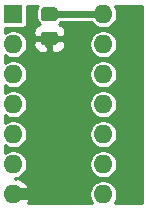
<source format=gbr>
G04 #@! TF.GenerationSoftware,KiCad,Pcbnew,(5.1.5)-3*
G04 #@! TF.CreationDate,2020-06-09T01:26:27-04:00*
G04 #@! TF.ProjectId,dip14tssop,64697031-3474-4737-936f-702e6b696361,rev?*
G04 #@! TF.SameCoordinates,Original*
G04 #@! TF.FileFunction,Copper,L2,Bot*
G04 #@! TF.FilePolarity,Positive*
%FSLAX46Y46*%
G04 Gerber Fmt 4.6, Leading zero omitted, Abs format (unit mm)*
G04 Created by KiCad (PCBNEW (5.1.5)-3) date 2020-06-09 01:26:27*
%MOMM*%
%LPD*%
G04 APERTURE LIST*
%ADD10R,1.600000X1.600000*%
%ADD11O,1.600000X1.600000*%
%ADD12C,0.100000*%
%ADD13C,0.800000*%
%ADD14C,0.600000*%
%ADD15C,1.000000*%
%ADD16C,0.254000*%
G04 APERTURE END LIST*
D10*
X106680000Y-71120000D03*
D11*
X114300000Y-86360000D03*
X106680000Y-73660000D03*
X114300000Y-83820000D03*
X106680000Y-76200000D03*
X114300000Y-81280000D03*
X106680000Y-78740000D03*
X114300000Y-78740000D03*
X106680000Y-81280000D03*
X114300000Y-76200000D03*
X106680000Y-83820000D03*
X114300000Y-73660000D03*
X106680000Y-86360000D03*
X114300000Y-71120000D03*
G04 #@! TA.AperFunction,SMDPad,CuDef*
D12*
G36*
X110202505Y-70537204D02*
G01*
X110226773Y-70540804D01*
X110250572Y-70546765D01*
X110273671Y-70555030D01*
X110295850Y-70565520D01*
X110316893Y-70578132D01*
X110336599Y-70592747D01*
X110354777Y-70609223D01*
X110371253Y-70627401D01*
X110385868Y-70647107D01*
X110398480Y-70668150D01*
X110408970Y-70690329D01*
X110417235Y-70713428D01*
X110423196Y-70737227D01*
X110426796Y-70761495D01*
X110428000Y-70785999D01*
X110428000Y-71436001D01*
X110426796Y-71460505D01*
X110423196Y-71484773D01*
X110417235Y-71508572D01*
X110408970Y-71531671D01*
X110398480Y-71553850D01*
X110385868Y-71574893D01*
X110371253Y-71594599D01*
X110354777Y-71612777D01*
X110336599Y-71629253D01*
X110316893Y-71643868D01*
X110295850Y-71656480D01*
X110273671Y-71666970D01*
X110250572Y-71675235D01*
X110226773Y-71681196D01*
X110202505Y-71684796D01*
X110178001Y-71686000D01*
X109277999Y-71686000D01*
X109253495Y-71684796D01*
X109229227Y-71681196D01*
X109205428Y-71675235D01*
X109182329Y-71666970D01*
X109160150Y-71656480D01*
X109139107Y-71643868D01*
X109119401Y-71629253D01*
X109101223Y-71612777D01*
X109084747Y-71594599D01*
X109070132Y-71574893D01*
X109057520Y-71553850D01*
X109047030Y-71531671D01*
X109038765Y-71508572D01*
X109032804Y-71484773D01*
X109029204Y-71460505D01*
X109028000Y-71436001D01*
X109028000Y-70785999D01*
X109029204Y-70761495D01*
X109032804Y-70737227D01*
X109038765Y-70713428D01*
X109047030Y-70690329D01*
X109057520Y-70668150D01*
X109070132Y-70647107D01*
X109084747Y-70627401D01*
X109101223Y-70609223D01*
X109119401Y-70592747D01*
X109139107Y-70578132D01*
X109160150Y-70565520D01*
X109182329Y-70555030D01*
X109205428Y-70546765D01*
X109229227Y-70540804D01*
X109253495Y-70537204D01*
X109277999Y-70536000D01*
X110178001Y-70536000D01*
X110202505Y-70537204D01*
G37*
G04 #@! TD.AperFunction*
G04 #@! TA.AperFunction,SMDPad,CuDef*
G36*
X110202505Y-72587204D02*
G01*
X110226773Y-72590804D01*
X110250572Y-72596765D01*
X110273671Y-72605030D01*
X110295850Y-72615520D01*
X110316893Y-72628132D01*
X110336599Y-72642747D01*
X110354777Y-72659223D01*
X110371253Y-72677401D01*
X110385868Y-72697107D01*
X110398480Y-72718150D01*
X110408970Y-72740329D01*
X110417235Y-72763428D01*
X110423196Y-72787227D01*
X110426796Y-72811495D01*
X110428000Y-72835999D01*
X110428000Y-73486001D01*
X110426796Y-73510505D01*
X110423196Y-73534773D01*
X110417235Y-73558572D01*
X110408970Y-73581671D01*
X110398480Y-73603850D01*
X110385868Y-73624893D01*
X110371253Y-73644599D01*
X110354777Y-73662777D01*
X110336599Y-73679253D01*
X110316893Y-73693868D01*
X110295850Y-73706480D01*
X110273671Y-73716970D01*
X110250572Y-73725235D01*
X110226773Y-73731196D01*
X110202505Y-73734796D01*
X110178001Y-73736000D01*
X109277999Y-73736000D01*
X109253495Y-73734796D01*
X109229227Y-73731196D01*
X109205428Y-73725235D01*
X109182329Y-73716970D01*
X109160150Y-73706480D01*
X109139107Y-73693868D01*
X109119401Y-73679253D01*
X109101223Y-73662777D01*
X109084747Y-73644599D01*
X109070132Y-73624893D01*
X109057520Y-73603850D01*
X109047030Y-73581671D01*
X109038765Y-73558572D01*
X109032804Y-73534773D01*
X109029204Y-73510505D01*
X109028000Y-73486001D01*
X109028000Y-72835999D01*
X109029204Y-72811495D01*
X109032804Y-72787227D01*
X109038765Y-72763428D01*
X109047030Y-72740329D01*
X109057520Y-72718150D01*
X109070132Y-72697107D01*
X109084747Y-72677401D01*
X109101223Y-72659223D01*
X109119401Y-72642747D01*
X109139107Y-72628132D01*
X109160150Y-72615520D01*
X109182329Y-72605030D01*
X109205428Y-72596765D01*
X109229227Y-72590804D01*
X109253495Y-72587204D01*
X109277999Y-72586000D01*
X110178001Y-72586000D01*
X110202505Y-72587204D01*
G37*
G04 #@! TD.AperFunction*
D13*
X109728000Y-73660000D03*
D14*
X109737000Y-71120000D02*
X109728000Y-71111000D01*
X114300000Y-71120000D02*
X109737000Y-71120000D01*
D15*
X106680000Y-86360000D02*
X107811370Y-86360000D01*
X107811370Y-86360000D02*
X109347000Y-86360000D01*
D16*
G36*
X108751810Y-70434411D02*
G01*
X108693329Y-70543821D01*
X108657317Y-70662538D01*
X108645157Y-70785999D01*
X108645157Y-71436001D01*
X108657317Y-71559462D01*
X108693329Y-71678179D01*
X108751810Y-71787589D01*
X108830512Y-71883488D01*
X108921780Y-71958389D01*
X108903518Y-71960188D01*
X108783820Y-71996498D01*
X108673506Y-72055463D01*
X108576815Y-72134815D01*
X108497463Y-72231506D01*
X108438498Y-72341820D01*
X108402188Y-72461518D01*
X108389928Y-72586000D01*
X108393000Y-72875250D01*
X108551750Y-73034000D01*
X109601000Y-73034000D01*
X109601000Y-73014000D01*
X109855000Y-73014000D01*
X109855000Y-73034000D01*
X110904250Y-73034000D01*
X111063000Y-72875250D01*
X111066072Y-72586000D01*
X111053812Y-72461518D01*
X111017502Y-72341820D01*
X110958537Y-72231506D01*
X110879185Y-72134815D01*
X110782494Y-72055463D01*
X110672180Y-71996498D01*
X110552482Y-71960188D01*
X110534220Y-71958389D01*
X110625488Y-71883488D01*
X110693184Y-71801000D01*
X113334654Y-71801000D01*
X113382658Y-71872843D01*
X113547157Y-72037342D01*
X113740587Y-72166588D01*
X113955515Y-72255614D01*
X114183682Y-72301000D01*
X114416318Y-72301000D01*
X114644485Y-72255614D01*
X114859413Y-72166588D01*
X115052843Y-72037342D01*
X115217342Y-71872843D01*
X115346588Y-71679413D01*
X115435614Y-71464485D01*
X115481000Y-71236318D01*
X115481000Y-71003682D01*
X115435614Y-70775515D01*
X115346588Y-70560587D01*
X115251314Y-70418000D01*
X117542001Y-70418000D01*
X117542000Y-87062000D01*
X115251314Y-87062000D01*
X115346588Y-86919413D01*
X115435614Y-86704485D01*
X115481000Y-86476318D01*
X115481000Y-86243682D01*
X115435614Y-86015515D01*
X115346588Y-85800587D01*
X115217342Y-85607157D01*
X115052843Y-85442658D01*
X114859413Y-85313412D01*
X114644485Y-85224386D01*
X114416318Y-85179000D01*
X114183682Y-85179000D01*
X113955515Y-85224386D01*
X113740587Y-85313412D01*
X113547157Y-85442658D01*
X113382658Y-85607157D01*
X113253412Y-85800587D01*
X113164386Y-86015515D01*
X113119000Y-86243682D01*
X113119000Y-86476318D01*
X113164386Y-86704485D01*
X113253412Y-86919413D01*
X113348686Y-87062000D01*
X107927778Y-87062000D01*
X108031246Y-86843087D01*
X108071904Y-86709039D01*
X107949915Y-86487000D01*
X106807000Y-86487000D01*
X106807000Y-86507000D01*
X106553000Y-86507000D01*
X106553000Y-86487000D01*
X106533000Y-86487000D01*
X106533000Y-86233000D01*
X106553000Y-86233000D01*
X106553000Y-86213000D01*
X106807000Y-86213000D01*
X106807000Y-86233000D01*
X107949915Y-86233000D01*
X108071904Y-86010961D01*
X108031246Y-85876913D01*
X107911037Y-85622580D01*
X107743519Y-85396586D01*
X107535131Y-85207615D01*
X107293881Y-85062930D01*
X107029040Y-84968091D01*
X106807002Y-85089375D01*
X106807002Y-84998875D01*
X107024485Y-84955614D01*
X107239413Y-84866588D01*
X107432843Y-84737342D01*
X107597342Y-84572843D01*
X107726588Y-84379413D01*
X107815614Y-84164485D01*
X107861000Y-83936318D01*
X107861000Y-83703682D01*
X113119000Y-83703682D01*
X113119000Y-83936318D01*
X113164386Y-84164485D01*
X113253412Y-84379413D01*
X113382658Y-84572843D01*
X113547157Y-84737342D01*
X113740587Y-84866588D01*
X113955515Y-84955614D01*
X114183682Y-85001000D01*
X114416318Y-85001000D01*
X114644485Y-84955614D01*
X114859413Y-84866588D01*
X115052843Y-84737342D01*
X115217342Y-84572843D01*
X115346588Y-84379413D01*
X115435614Y-84164485D01*
X115481000Y-83936318D01*
X115481000Y-83703682D01*
X115435614Y-83475515D01*
X115346588Y-83260587D01*
X115217342Y-83067157D01*
X115052843Y-82902658D01*
X114859413Y-82773412D01*
X114644485Y-82684386D01*
X114416318Y-82639000D01*
X114183682Y-82639000D01*
X113955515Y-82684386D01*
X113740587Y-82773412D01*
X113547157Y-82902658D01*
X113382658Y-83067157D01*
X113253412Y-83260587D01*
X113164386Y-83475515D01*
X113119000Y-83703682D01*
X107861000Y-83703682D01*
X107815614Y-83475515D01*
X107726588Y-83260587D01*
X107597342Y-83067157D01*
X107432843Y-82902658D01*
X107239413Y-82773412D01*
X107024485Y-82684386D01*
X106796318Y-82639000D01*
X106563682Y-82639000D01*
X106335515Y-82684386D01*
X106120587Y-82773412D01*
X105978000Y-82868686D01*
X105978000Y-82231314D01*
X106120587Y-82326588D01*
X106335515Y-82415614D01*
X106563682Y-82461000D01*
X106796318Y-82461000D01*
X107024485Y-82415614D01*
X107239413Y-82326588D01*
X107432843Y-82197342D01*
X107597342Y-82032843D01*
X107726588Y-81839413D01*
X107815614Y-81624485D01*
X107861000Y-81396318D01*
X107861000Y-81163682D01*
X113119000Y-81163682D01*
X113119000Y-81396318D01*
X113164386Y-81624485D01*
X113253412Y-81839413D01*
X113382658Y-82032843D01*
X113547157Y-82197342D01*
X113740587Y-82326588D01*
X113955515Y-82415614D01*
X114183682Y-82461000D01*
X114416318Y-82461000D01*
X114644485Y-82415614D01*
X114859413Y-82326588D01*
X115052843Y-82197342D01*
X115217342Y-82032843D01*
X115346588Y-81839413D01*
X115435614Y-81624485D01*
X115481000Y-81396318D01*
X115481000Y-81163682D01*
X115435614Y-80935515D01*
X115346588Y-80720587D01*
X115217342Y-80527157D01*
X115052843Y-80362658D01*
X114859413Y-80233412D01*
X114644485Y-80144386D01*
X114416318Y-80099000D01*
X114183682Y-80099000D01*
X113955515Y-80144386D01*
X113740587Y-80233412D01*
X113547157Y-80362658D01*
X113382658Y-80527157D01*
X113253412Y-80720587D01*
X113164386Y-80935515D01*
X113119000Y-81163682D01*
X107861000Y-81163682D01*
X107815614Y-80935515D01*
X107726588Y-80720587D01*
X107597342Y-80527157D01*
X107432843Y-80362658D01*
X107239413Y-80233412D01*
X107024485Y-80144386D01*
X106796318Y-80099000D01*
X106563682Y-80099000D01*
X106335515Y-80144386D01*
X106120587Y-80233412D01*
X105978000Y-80328686D01*
X105978000Y-79691314D01*
X106120587Y-79786588D01*
X106335515Y-79875614D01*
X106563682Y-79921000D01*
X106796318Y-79921000D01*
X107024485Y-79875614D01*
X107239413Y-79786588D01*
X107432843Y-79657342D01*
X107597342Y-79492843D01*
X107726588Y-79299413D01*
X107815614Y-79084485D01*
X107861000Y-78856318D01*
X107861000Y-78623682D01*
X113119000Y-78623682D01*
X113119000Y-78856318D01*
X113164386Y-79084485D01*
X113253412Y-79299413D01*
X113382658Y-79492843D01*
X113547157Y-79657342D01*
X113740587Y-79786588D01*
X113955515Y-79875614D01*
X114183682Y-79921000D01*
X114416318Y-79921000D01*
X114644485Y-79875614D01*
X114859413Y-79786588D01*
X115052843Y-79657342D01*
X115217342Y-79492843D01*
X115346588Y-79299413D01*
X115435614Y-79084485D01*
X115481000Y-78856318D01*
X115481000Y-78623682D01*
X115435614Y-78395515D01*
X115346588Y-78180587D01*
X115217342Y-77987157D01*
X115052843Y-77822658D01*
X114859413Y-77693412D01*
X114644485Y-77604386D01*
X114416318Y-77559000D01*
X114183682Y-77559000D01*
X113955515Y-77604386D01*
X113740587Y-77693412D01*
X113547157Y-77822658D01*
X113382658Y-77987157D01*
X113253412Y-78180587D01*
X113164386Y-78395515D01*
X113119000Y-78623682D01*
X107861000Y-78623682D01*
X107815614Y-78395515D01*
X107726588Y-78180587D01*
X107597342Y-77987157D01*
X107432843Y-77822658D01*
X107239413Y-77693412D01*
X107024485Y-77604386D01*
X106796318Y-77559000D01*
X106563682Y-77559000D01*
X106335515Y-77604386D01*
X106120587Y-77693412D01*
X105978000Y-77788686D01*
X105978000Y-77151314D01*
X106120587Y-77246588D01*
X106335515Y-77335614D01*
X106563682Y-77381000D01*
X106796318Y-77381000D01*
X107024485Y-77335614D01*
X107239413Y-77246588D01*
X107432843Y-77117342D01*
X107597342Y-76952843D01*
X107726588Y-76759413D01*
X107815614Y-76544485D01*
X107861000Y-76316318D01*
X107861000Y-76083682D01*
X113119000Y-76083682D01*
X113119000Y-76316318D01*
X113164386Y-76544485D01*
X113253412Y-76759413D01*
X113382658Y-76952843D01*
X113547157Y-77117342D01*
X113740587Y-77246588D01*
X113955515Y-77335614D01*
X114183682Y-77381000D01*
X114416318Y-77381000D01*
X114644485Y-77335614D01*
X114859413Y-77246588D01*
X115052843Y-77117342D01*
X115217342Y-76952843D01*
X115346588Y-76759413D01*
X115435614Y-76544485D01*
X115481000Y-76316318D01*
X115481000Y-76083682D01*
X115435614Y-75855515D01*
X115346588Y-75640587D01*
X115217342Y-75447157D01*
X115052843Y-75282658D01*
X114859413Y-75153412D01*
X114644485Y-75064386D01*
X114416318Y-75019000D01*
X114183682Y-75019000D01*
X113955515Y-75064386D01*
X113740587Y-75153412D01*
X113547157Y-75282658D01*
X113382658Y-75447157D01*
X113253412Y-75640587D01*
X113164386Y-75855515D01*
X113119000Y-76083682D01*
X107861000Y-76083682D01*
X107815614Y-75855515D01*
X107726588Y-75640587D01*
X107597342Y-75447157D01*
X107432843Y-75282658D01*
X107239413Y-75153412D01*
X107024485Y-75064386D01*
X106796318Y-75019000D01*
X106563682Y-75019000D01*
X106335515Y-75064386D01*
X106120587Y-75153412D01*
X105978000Y-75248686D01*
X105978000Y-74611314D01*
X106120587Y-74706588D01*
X106335515Y-74795614D01*
X106563682Y-74841000D01*
X106796318Y-74841000D01*
X107024485Y-74795614D01*
X107239413Y-74706588D01*
X107432843Y-74577342D01*
X107597342Y-74412843D01*
X107726588Y-74219413D01*
X107815614Y-74004485D01*
X107861000Y-73776318D01*
X107861000Y-73736000D01*
X108389928Y-73736000D01*
X108402188Y-73860482D01*
X108438498Y-73980180D01*
X108497463Y-74090494D01*
X108576815Y-74187185D01*
X108673506Y-74266537D01*
X108783820Y-74325502D01*
X108903518Y-74361812D01*
X109028000Y-74374072D01*
X109442250Y-74371000D01*
X109601000Y-74212250D01*
X109601000Y-73288000D01*
X109855000Y-73288000D01*
X109855000Y-74212250D01*
X110013750Y-74371000D01*
X110428000Y-74374072D01*
X110552482Y-74361812D01*
X110672180Y-74325502D01*
X110782494Y-74266537D01*
X110879185Y-74187185D01*
X110958537Y-74090494D01*
X111017502Y-73980180D01*
X111053812Y-73860482D01*
X111066072Y-73736000D01*
X111064030Y-73543682D01*
X113119000Y-73543682D01*
X113119000Y-73776318D01*
X113164386Y-74004485D01*
X113253412Y-74219413D01*
X113382658Y-74412843D01*
X113547157Y-74577342D01*
X113740587Y-74706588D01*
X113955515Y-74795614D01*
X114183682Y-74841000D01*
X114416318Y-74841000D01*
X114644485Y-74795614D01*
X114859413Y-74706588D01*
X115052843Y-74577342D01*
X115217342Y-74412843D01*
X115346588Y-74219413D01*
X115435614Y-74004485D01*
X115481000Y-73776318D01*
X115481000Y-73543682D01*
X115435614Y-73315515D01*
X115346588Y-73100587D01*
X115217342Y-72907157D01*
X115052843Y-72742658D01*
X114859413Y-72613412D01*
X114644485Y-72524386D01*
X114416318Y-72479000D01*
X114183682Y-72479000D01*
X113955515Y-72524386D01*
X113740587Y-72613412D01*
X113547157Y-72742658D01*
X113382658Y-72907157D01*
X113253412Y-73100587D01*
X113164386Y-73315515D01*
X113119000Y-73543682D01*
X111064030Y-73543682D01*
X111063000Y-73446750D01*
X110904250Y-73288000D01*
X109855000Y-73288000D01*
X109601000Y-73288000D01*
X108551750Y-73288000D01*
X108393000Y-73446750D01*
X108389928Y-73736000D01*
X107861000Y-73736000D01*
X107861000Y-73543682D01*
X107815614Y-73315515D01*
X107726588Y-73100587D01*
X107597342Y-72907157D01*
X107432843Y-72742658D01*
X107239413Y-72613412D01*
X107024485Y-72524386D01*
X106796318Y-72479000D01*
X106563682Y-72479000D01*
X106335515Y-72524386D01*
X106120587Y-72613412D01*
X105978000Y-72708686D01*
X105978000Y-72302843D01*
X107480000Y-72302843D01*
X107554689Y-72295487D01*
X107626508Y-72273701D01*
X107692696Y-72238322D01*
X107750711Y-72190711D01*
X107798322Y-72132696D01*
X107833701Y-72066508D01*
X107855487Y-71994689D01*
X107862843Y-71920000D01*
X107862843Y-70418000D01*
X108765278Y-70418000D01*
X108751810Y-70434411D01*
G37*
X108751810Y-70434411D02*
X108693329Y-70543821D01*
X108657317Y-70662538D01*
X108645157Y-70785999D01*
X108645157Y-71436001D01*
X108657317Y-71559462D01*
X108693329Y-71678179D01*
X108751810Y-71787589D01*
X108830512Y-71883488D01*
X108921780Y-71958389D01*
X108903518Y-71960188D01*
X108783820Y-71996498D01*
X108673506Y-72055463D01*
X108576815Y-72134815D01*
X108497463Y-72231506D01*
X108438498Y-72341820D01*
X108402188Y-72461518D01*
X108389928Y-72586000D01*
X108393000Y-72875250D01*
X108551750Y-73034000D01*
X109601000Y-73034000D01*
X109601000Y-73014000D01*
X109855000Y-73014000D01*
X109855000Y-73034000D01*
X110904250Y-73034000D01*
X111063000Y-72875250D01*
X111066072Y-72586000D01*
X111053812Y-72461518D01*
X111017502Y-72341820D01*
X110958537Y-72231506D01*
X110879185Y-72134815D01*
X110782494Y-72055463D01*
X110672180Y-71996498D01*
X110552482Y-71960188D01*
X110534220Y-71958389D01*
X110625488Y-71883488D01*
X110693184Y-71801000D01*
X113334654Y-71801000D01*
X113382658Y-71872843D01*
X113547157Y-72037342D01*
X113740587Y-72166588D01*
X113955515Y-72255614D01*
X114183682Y-72301000D01*
X114416318Y-72301000D01*
X114644485Y-72255614D01*
X114859413Y-72166588D01*
X115052843Y-72037342D01*
X115217342Y-71872843D01*
X115346588Y-71679413D01*
X115435614Y-71464485D01*
X115481000Y-71236318D01*
X115481000Y-71003682D01*
X115435614Y-70775515D01*
X115346588Y-70560587D01*
X115251314Y-70418000D01*
X117542001Y-70418000D01*
X117542000Y-87062000D01*
X115251314Y-87062000D01*
X115346588Y-86919413D01*
X115435614Y-86704485D01*
X115481000Y-86476318D01*
X115481000Y-86243682D01*
X115435614Y-86015515D01*
X115346588Y-85800587D01*
X115217342Y-85607157D01*
X115052843Y-85442658D01*
X114859413Y-85313412D01*
X114644485Y-85224386D01*
X114416318Y-85179000D01*
X114183682Y-85179000D01*
X113955515Y-85224386D01*
X113740587Y-85313412D01*
X113547157Y-85442658D01*
X113382658Y-85607157D01*
X113253412Y-85800587D01*
X113164386Y-86015515D01*
X113119000Y-86243682D01*
X113119000Y-86476318D01*
X113164386Y-86704485D01*
X113253412Y-86919413D01*
X113348686Y-87062000D01*
X107927778Y-87062000D01*
X108031246Y-86843087D01*
X108071904Y-86709039D01*
X107949915Y-86487000D01*
X106807000Y-86487000D01*
X106807000Y-86507000D01*
X106553000Y-86507000D01*
X106553000Y-86487000D01*
X106533000Y-86487000D01*
X106533000Y-86233000D01*
X106553000Y-86233000D01*
X106553000Y-86213000D01*
X106807000Y-86213000D01*
X106807000Y-86233000D01*
X107949915Y-86233000D01*
X108071904Y-86010961D01*
X108031246Y-85876913D01*
X107911037Y-85622580D01*
X107743519Y-85396586D01*
X107535131Y-85207615D01*
X107293881Y-85062930D01*
X107029040Y-84968091D01*
X106807002Y-85089375D01*
X106807002Y-84998875D01*
X107024485Y-84955614D01*
X107239413Y-84866588D01*
X107432843Y-84737342D01*
X107597342Y-84572843D01*
X107726588Y-84379413D01*
X107815614Y-84164485D01*
X107861000Y-83936318D01*
X107861000Y-83703682D01*
X113119000Y-83703682D01*
X113119000Y-83936318D01*
X113164386Y-84164485D01*
X113253412Y-84379413D01*
X113382658Y-84572843D01*
X113547157Y-84737342D01*
X113740587Y-84866588D01*
X113955515Y-84955614D01*
X114183682Y-85001000D01*
X114416318Y-85001000D01*
X114644485Y-84955614D01*
X114859413Y-84866588D01*
X115052843Y-84737342D01*
X115217342Y-84572843D01*
X115346588Y-84379413D01*
X115435614Y-84164485D01*
X115481000Y-83936318D01*
X115481000Y-83703682D01*
X115435614Y-83475515D01*
X115346588Y-83260587D01*
X115217342Y-83067157D01*
X115052843Y-82902658D01*
X114859413Y-82773412D01*
X114644485Y-82684386D01*
X114416318Y-82639000D01*
X114183682Y-82639000D01*
X113955515Y-82684386D01*
X113740587Y-82773412D01*
X113547157Y-82902658D01*
X113382658Y-83067157D01*
X113253412Y-83260587D01*
X113164386Y-83475515D01*
X113119000Y-83703682D01*
X107861000Y-83703682D01*
X107815614Y-83475515D01*
X107726588Y-83260587D01*
X107597342Y-83067157D01*
X107432843Y-82902658D01*
X107239413Y-82773412D01*
X107024485Y-82684386D01*
X106796318Y-82639000D01*
X106563682Y-82639000D01*
X106335515Y-82684386D01*
X106120587Y-82773412D01*
X105978000Y-82868686D01*
X105978000Y-82231314D01*
X106120587Y-82326588D01*
X106335515Y-82415614D01*
X106563682Y-82461000D01*
X106796318Y-82461000D01*
X107024485Y-82415614D01*
X107239413Y-82326588D01*
X107432843Y-82197342D01*
X107597342Y-82032843D01*
X107726588Y-81839413D01*
X107815614Y-81624485D01*
X107861000Y-81396318D01*
X107861000Y-81163682D01*
X113119000Y-81163682D01*
X113119000Y-81396318D01*
X113164386Y-81624485D01*
X113253412Y-81839413D01*
X113382658Y-82032843D01*
X113547157Y-82197342D01*
X113740587Y-82326588D01*
X113955515Y-82415614D01*
X114183682Y-82461000D01*
X114416318Y-82461000D01*
X114644485Y-82415614D01*
X114859413Y-82326588D01*
X115052843Y-82197342D01*
X115217342Y-82032843D01*
X115346588Y-81839413D01*
X115435614Y-81624485D01*
X115481000Y-81396318D01*
X115481000Y-81163682D01*
X115435614Y-80935515D01*
X115346588Y-80720587D01*
X115217342Y-80527157D01*
X115052843Y-80362658D01*
X114859413Y-80233412D01*
X114644485Y-80144386D01*
X114416318Y-80099000D01*
X114183682Y-80099000D01*
X113955515Y-80144386D01*
X113740587Y-80233412D01*
X113547157Y-80362658D01*
X113382658Y-80527157D01*
X113253412Y-80720587D01*
X113164386Y-80935515D01*
X113119000Y-81163682D01*
X107861000Y-81163682D01*
X107815614Y-80935515D01*
X107726588Y-80720587D01*
X107597342Y-80527157D01*
X107432843Y-80362658D01*
X107239413Y-80233412D01*
X107024485Y-80144386D01*
X106796318Y-80099000D01*
X106563682Y-80099000D01*
X106335515Y-80144386D01*
X106120587Y-80233412D01*
X105978000Y-80328686D01*
X105978000Y-79691314D01*
X106120587Y-79786588D01*
X106335515Y-79875614D01*
X106563682Y-79921000D01*
X106796318Y-79921000D01*
X107024485Y-79875614D01*
X107239413Y-79786588D01*
X107432843Y-79657342D01*
X107597342Y-79492843D01*
X107726588Y-79299413D01*
X107815614Y-79084485D01*
X107861000Y-78856318D01*
X107861000Y-78623682D01*
X113119000Y-78623682D01*
X113119000Y-78856318D01*
X113164386Y-79084485D01*
X113253412Y-79299413D01*
X113382658Y-79492843D01*
X113547157Y-79657342D01*
X113740587Y-79786588D01*
X113955515Y-79875614D01*
X114183682Y-79921000D01*
X114416318Y-79921000D01*
X114644485Y-79875614D01*
X114859413Y-79786588D01*
X115052843Y-79657342D01*
X115217342Y-79492843D01*
X115346588Y-79299413D01*
X115435614Y-79084485D01*
X115481000Y-78856318D01*
X115481000Y-78623682D01*
X115435614Y-78395515D01*
X115346588Y-78180587D01*
X115217342Y-77987157D01*
X115052843Y-77822658D01*
X114859413Y-77693412D01*
X114644485Y-77604386D01*
X114416318Y-77559000D01*
X114183682Y-77559000D01*
X113955515Y-77604386D01*
X113740587Y-77693412D01*
X113547157Y-77822658D01*
X113382658Y-77987157D01*
X113253412Y-78180587D01*
X113164386Y-78395515D01*
X113119000Y-78623682D01*
X107861000Y-78623682D01*
X107815614Y-78395515D01*
X107726588Y-78180587D01*
X107597342Y-77987157D01*
X107432843Y-77822658D01*
X107239413Y-77693412D01*
X107024485Y-77604386D01*
X106796318Y-77559000D01*
X106563682Y-77559000D01*
X106335515Y-77604386D01*
X106120587Y-77693412D01*
X105978000Y-77788686D01*
X105978000Y-77151314D01*
X106120587Y-77246588D01*
X106335515Y-77335614D01*
X106563682Y-77381000D01*
X106796318Y-77381000D01*
X107024485Y-77335614D01*
X107239413Y-77246588D01*
X107432843Y-77117342D01*
X107597342Y-76952843D01*
X107726588Y-76759413D01*
X107815614Y-76544485D01*
X107861000Y-76316318D01*
X107861000Y-76083682D01*
X113119000Y-76083682D01*
X113119000Y-76316318D01*
X113164386Y-76544485D01*
X113253412Y-76759413D01*
X113382658Y-76952843D01*
X113547157Y-77117342D01*
X113740587Y-77246588D01*
X113955515Y-77335614D01*
X114183682Y-77381000D01*
X114416318Y-77381000D01*
X114644485Y-77335614D01*
X114859413Y-77246588D01*
X115052843Y-77117342D01*
X115217342Y-76952843D01*
X115346588Y-76759413D01*
X115435614Y-76544485D01*
X115481000Y-76316318D01*
X115481000Y-76083682D01*
X115435614Y-75855515D01*
X115346588Y-75640587D01*
X115217342Y-75447157D01*
X115052843Y-75282658D01*
X114859413Y-75153412D01*
X114644485Y-75064386D01*
X114416318Y-75019000D01*
X114183682Y-75019000D01*
X113955515Y-75064386D01*
X113740587Y-75153412D01*
X113547157Y-75282658D01*
X113382658Y-75447157D01*
X113253412Y-75640587D01*
X113164386Y-75855515D01*
X113119000Y-76083682D01*
X107861000Y-76083682D01*
X107815614Y-75855515D01*
X107726588Y-75640587D01*
X107597342Y-75447157D01*
X107432843Y-75282658D01*
X107239413Y-75153412D01*
X107024485Y-75064386D01*
X106796318Y-75019000D01*
X106563682Y-75019000D01*
X106335515Y-75064386D01*
X106120587Y-75153412D01*
X105978000Y-75248686D01*
X105978000Y-74611314D01*
X106120587Y-74706588D01*
X106335515Y-74795614D01*
X106563682Y-74841000D01*
X106796318Y-74841000D01*
X107024485Y-74795614D01*
X107239413Y-74706588D01*
X107432843Y-74577342D01*
X107597342Y-74412843D01*
X107726588Y-74219413D01*
X107815614Y-74004485D01*
X107861000Y-73776318D01*
X107861000Y-73736000D01*
X108389928Y-73736000D01*
X108402188Y-73860482D01*
X108438498Y-73980180D01*
X108497463Y-74090494D01*
X108576815Y-74187185D01*
X108673506Y-74266537D01*
X108783820Y-74325502D01*
X108903518Y-74361812D01*
X109028000Y-74374072D01*
X109442250Y-74371000D01*
X109601000Y-74212250D01*
X109601000Y-73288000D01*
X109855000Y-73288000D01*
X109855000Y-74212250D01*
X110013750Y-74371000D01*
X110428000Y-74374072D01*
X110552482Y-74361812D01*
X110672180Y-74325502D01*
X110782494Y-74266537D01*
X110879185Y-74187185D01*
X110958537Y-74090494D01*
X111017502Y-73980180D01*
X111053812Y-73860482D01*
X111066072Y-73736000D01*
X111064030Y-73543682D01*
X113119000Y-73543682D01*
X113119000Y-73776318D01*
X113164386Y-74004485D01*
X113253412Y-74219413D01*
X113382658Y-74412843D01*
X113547157Y-74577342D01*
X113740587Y-74706588D01*
X113955515Y-74795614D01*
X114183682Y-74841000D01*
X114416318Y-74841000D01*
X114644485Y-74795614D01*
X114859413Y-74706588D01*
X115052843Y-74577342D01*
X115217342Y-74412843D01*
X115346588Y-74219413D01*
X115435614Y-74004485D01*
X115481000Y-73776318D01*
X115481000Y-73543682D01*
X115435614Y-73315515D01*
X115346588Y-73100587D01*
X115217342Y-72907157D01*
X115052843Y-72742658D01*
X114859413Y-72613412D01*
X114644485Y-72524386D01*
X114416318Y-72479000D01*
X114183682Y-72479000D01*
X113955515Y-72524386D01*
X113740587Y-72613412D01*
X113547157Y-72742658D01*
X113382658Y-72907157D01*
X113253412Y-73100587D01*
X113164386Y-73315515D01*
X113119000Y-73543682D01*
X111064030Y-73543682D01*
X111063000Y-73446750D01*
X110904250Y-73288000D01*
X109855000Y-73288000D01*
X109601000Y-73288000D01*
X108551750Y-73288000D01*
X108393000Y-73446750D01*
X108389928Y-73736000D01*
X107861000Y-73736000D01*
X107861000Y-73543682D01*
X107815614Y-73315515D01*
X107726588Y-73100587D01*
X107597342Y-72907157D01*
X107432843Y-72742658D01*
X107239413Y-72613412D01*
X107024485Y-72524386D01*
X106796318Y-72479000D01*
X106563682Y-72479000D01*
X106335515Y-72524386D01*
X106120587Y-72613412D01*
X105978000Y-72708686D01*
X105978000Y-72302843D01*
X107480000Y-72302843D01*
X107554689Y-72295487D01*
X107626508Y-72273701D01*
X107692696Y-72238322D01*
X107750711Y-72190711D01*
X107798322Y-72132696D01*
X107833701Y-72066508D01*
X107855487Y-71994689D01*
X107862843Y-71920000D01*
X107862843Y-70418000D01*
X108765278Y-70418000D01*
X108751810Y-70434411D01*
M02*

</source>
